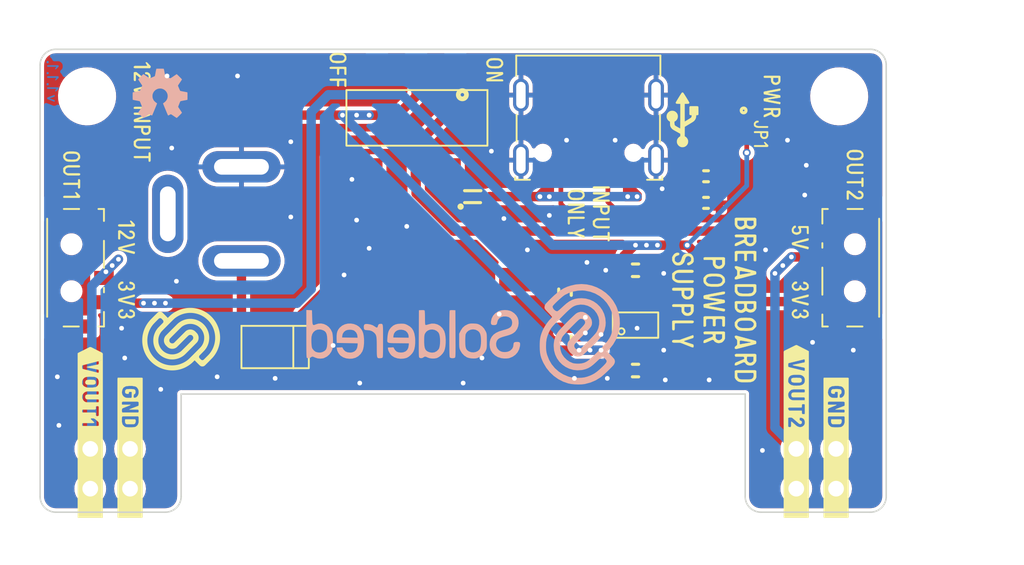
<source format=kicad_pcb>
(kicad_pcb (version 20210623) (generator pcbnew)
  (title_block (title "Breadboard power supply board") (date "2021-07-08") (rev "V1.1.1.") (company "SOLDERED") (comment 1 "333084"))
  (layers (0 "F.Cu" mixed) (31 "B.Cu" signal) (34 "B.Paste" user) (35 "F.Paste" user) (36 "B.SilkS" user "B.Silkscreen") (37 "F.SilkS" user "F.Silkscreen") (38 "B.Mask" user) (39 "F.Mask" user) (44 "Edge.Cuts" user))
  (net 0 "")
  (net 1 "5V")
  (net 2 "GND")
  (net 3 "12V")
  (net 4 "3V3")
  (net 5 "VIN")
  (net 6 "Net-(D1-Pad1)")
  (net 7 "Net-(D2-Pad1)")
  (net 8 "VUSB")
  (net 10 "Net-(K1-PadB5)")
  (net 12 "Net-(K1-PadA5)")
  (net 14 "Net-(K3-Pad2)")
  (net 15 "Net-(K4-Pad2)")
  (net 23 "Net-(JP1-Pad2)")
  (net 24 "Net-(D3-Pad1)")
  (footprint "e-radionica.com footprinti:0603C" (layer "F.Cu") (at 98.5 94.3 -90)
    (fp_text reference "C2")
    (fp_text value "1uF")
    (pad "1" smd rect locked (at -0.73 0 270) (size 0.66 1) (layers "F.Cu" "F.Paste" "F.Mask") (net 2 "GND"))
    (pad "2" smd rect locked (at 0.73 0 270) (size 0.66 1) (layers "F.Cu" "F.Paste" "F.Mask") (net 3 "12V"))
  )
  (footprint "e-radionica.com footprinti:FIDUCIAL_23" (layer "F.Cu") (at 100 78.3 -90)
    (fp_text reference "FD1")
    (fp_text value "FIDUCIAL")
    (fp_circle (center 0 0) (end 1 0) (layer "F.Cu") (width 0.2) (fill none))
    (pad "1" smd circle locked (at 0 0 270) (size 1 1) (layers "F.Cu" "F.Paste" "F.Mask") (clearance 1.1))
  )
  (footprint "e-radionica.com footprinti:HOLE_3.2mm" (layer "F.Cu") (at 116 78.8 -90)
    (fp_text reference "H1" hide)
    (fp_text value "HOLE_3.2mm" hide)
    (pad "" np_thru_hole circle locked (at 0 0 270) (size 3.2 3.2) (drill 3.2) (layers F&B.Cu *.Mask))
  )
  (footprint "buzzardLabel" (layer "F.Cu") (at 70.5 87.8 -90)
    (fp_text reference "" (at 0 0 90) (layer "F.SilkS") (effects (font (size 1.27 1.27))))
    (fp_text value "" (at 0 0 90) (layer "F.SilkS") (effects (font (size 1.27 1.27))))
  )
  (footprint "buzzardLabel" (layer "F.Cu") (at 113.5 91.8 -90)
    (fp_text reference "" (at 0 0 90) (layer "F.SilkS") (effects (font (size 1.27 1.27))))
    (fp_text value "" (at 0 0 90) (layer "F.SilkS") (effects (font (size 1.27 1.27))))
  )
  (footprint "buzzardLabel" (layer "F.Cu") (at 70.5 91.8 -90)
    (fp_text reference "" (at 0 0 90) (layer "F.SilkS") (effects (font (size 1.27 1.27))))
    (fp_text value "" (at 0 0 90) (layer "F.SilkS") (effects (font (size 1.27 1.27))))
  )
  (footprint "e-radionica.com footprinti:0603R" (layer "F.Cu") (at 107.5 85.6)
    (fp_text reference "R1")
    (fp_text value "5.1k")
    (pad "1" smd rect locked (at -0.775 0 90) (size 1 0.64) (layers "F.Cu" "F.Paste" "F.Mask") (net 10 "Net-(K1-PadB5)"))
    (pad "2" smd rect locked (at 0.775 0 90) (size 1 0.64) (layers "F.Cu" "F.Paste" "F.Mask") (net 2 "GND"))
  )
  (footprint "buzzardLabel" (layer "F.Cu") (at 99.2 86.3 -90)
    (fp_text reference "" (at 0 0 90) (layer "F.SilkS") (effects (font (size 1.27 1.27))))
    (fp_text value "" (at 0 0 90) (layer "F.SilkS") (effects (font (size 1.27 1.27))))
  )
  (footprint "e-radionica.com footprinti:0603C" (layer "F.Cu") (at 103 96.3 180)
    (fp_text reference "C1")
    (fp_text value "2.2uF")
    (pad "1" smd rect locked (at -0.73 0 180) (size 0.66 1) (layers "F.Cu" "F.Paste" "F.Mask") (net 2 "GND"))
    (pad "2" smd rect locked (at 0.73 0 180) (size 0.66 1) (layers "F.Cu" "F.Paste" "F.Mask") (net 1 "5V"))
  )
  (footprint "buzzardLabel" (layer "F.Cu") (at 113.5 87.8 -90)
    (fp_text reference "" (at 0 0 90) (layer "F.SilkS") (effects (font (size 1.27 1.27))))
    (fp_text value "" (at 0 0 90) (layer "F.SilkS") (effects (font (size 1.27 1.27))))
  )
  (footprint "buzzardLabel" (layer "F.Cu") (at 111 81.2 -90)
    (fp_text reference "" (at 0 0 90) (layer "F.SilkS") (effects (font (size 1.27 1.27))))
    (fp_text value "" (at 0 0 90) (layer "F.SilkS") (effects (font (size 1.27 1.27))))
  )
  (footprint "e-radionica.com footprinti:SS-3292S-L1" (layer "F.Cu") (at 67 89.74 -90)
    (fp_text reference "S2")
    (fp_text value "SS-3292S-L1")
    (pad "" np_thru_hole circle (at 1.5 0 270) (size 0.9 0.9) (drill 0.9) (layers F&B.Cu *.Mask))
    (pad "" np_thru_hole circle (at -1.5 0 270) (size 0.9 0.9) (drill 0.9) (layers F&B.Cu *.Mask))
    (pad "" smd rect (at -3.75 1.1 270) (size 0.9 0.9) (layers "F.Cu" "F.Paste" "F.Mask"))
    (pad "" smd rect (at 3.75 -1.1 270) (size 0.9 0.9) (layers "F.Cu" "F.Paste" "F.Mask"))
    (pad "" smd rect (at 3.75 1.1 270) (size 0.9 0.9) (layers "F.Cu" "F.Paste" "F.Mask"))
    (pad "" smd rect (at -3.75 -1.1 270) (size 0.9 0.9) (layers "F.Cu" "F.Paste" "F.Mask"))
    (pad "1" smd rect (at -2.35 -2.075 270) (size 0.9 1.25) (layers "F.Cu" "F.Paste" "F.Mask") (net 3 "12V"))
    (pad "2" smd rect (at 0.65 -2.075 270) (size 0.9 1.25) (layers "F.Cu" "F.Paste" "F.Mask") (net 14 "Net-(K3-Pad2)"))
    (pad "3" smd rect (at 2.2 -2.075 270) (size 0.9 1.25) (layers "F.Cu" "F.Paste" "F.Mask") (net 4 "3V3"))
  )
  (footprint "buzzardLabel" (layer "F.Cu") (at 84 77.1 -90)
    (fp_text reference "" (at 0 0 90) (layer "F.SilkS") (effects (font (size 1.27 1.27))))
    (fp_text value "" (at 0 0 90) (layer "F.SilkS") (effects (font (size 1.27 1.27))))
  )
  (footprint "e-radionica.com footprinti:SS-3292S-L1" (layer "F.Cu") (at 117 89.74 90)
    (fp_text reference "S3")
    (fp_text value "SS-3292S-L1")
    (pad "" smd rect (at -3.75 1.1 90) (size 0.9 0.9) (layers "F.Cu" "F.Paste" "F.Mask"))
    (pad "" smd rect (at 3.75 -1.1 90) (size 0.9 0.9) (layers "F.Cu" "F.Paste" "F.Mask"))
    (pad "" smd rect (at -3.75 -1.1 90) (size 0.9 0.9) (layers "F.Cu" "F.Paste" "F.Mask"))
    (pad "" smd rect (at 3.75 1.1 90) (size 0.9 0.9) (layers "F.Cu" "F.Paste" "F.Mask"))
    (pad "" np_thru_hole circle (at 1.5 0 90) (size 0.9 0.9) (drill 0.9) (layers F&B.Cu *.Mask))
    (pad "" np_thru_hole circle (at -1.5 0 90) (size 0.9 0.9) (drill 0.9) (layers F&B.Cu *.Mask))
    (pad "1" smd rect (at -2.35 -2.075 90) (size 0.9 1.25) (layers "F.Cu" "F.Paste" "F.Mask") (net 4 "3V3"))
    (pad "2" smd rect (at 0.65 -2.075 90) (size 0.9 1.25) (layers "F.Cu" "F.Paste" "F.Mask") (net 15 "Net-(K4-Pad2)"))
    (pad "3" smd rect (at 2.2 -2.075 90) (size 0.9 1.25) (layers "F.Cu" "F.Paste" "F.Mask") (net 1 "5V"))
  )
  (footprint "buzzardLabel" (layer "F.Cu") (at 71.5 79.8 -90)
    (fp_text reference "" (at 0 0 90) (layer "F.SilkS") (effects (font (size 1.27 1.27))))
    (fp_text value "" (at 0 0 90) (layer "F.SilkS") (effects (font (size 1.27 1.27))))
  )
  (footprint "buzzardLabel" (layer "F.Cu") (at 67 83.8 -90)
    (fp_text reference "" (at 0 0 90) (layer "F.SilkS") (effects (font (size 1.27 1.27))))
    (fp_text value "" (at 0 0 90) (layer "F.SilkS") (effects (font (size 1.27 1.27))))
  )
  (footprint "buzzardLabel" (layer "F.Cu") (at 106 91.8 -90)
    (fp_text reference "" (at 0 0 90) (layer "F.SilkS") (effects (font (size 1.27 1.27))))
    (fp_text value "" (at 0 0 90) (layer "F.SilkS") (effects (font (size 1.27 1.27))))
  )
  (footprint "buzzardLabel" (layer "F.Cu") (at 113.26 106.1 -90)
    (fp_text reference "" (at 0 0 90) (layer "F.SilkS") (effects (font (size 1.27 1.27))))
    (fp_text value "" (at 0 0 90) (layer "F.SilkS") (effects (font (size 1.27 1.27))))
  )
  (footprint "buzzardLabel" (layer "F.Cu") (at 110 91.8 -90)
    (fp_text reference "" (at 0 0 90) (layer "F.SilkS") (effects (font (size 1.27 1.27))))
    (fp_text value "" (at 0 0 90) (layer "F.SilkS") (effects (font (size 1.27 1.27))))
  )
  (footprint "e-radionica.com footprinti:AS7805ADTR" (layer "F.Cu") (at 88.7 92.8 90)
    (fp_text reference "U1")
    (fp_text value "7805")
    (pad "1" smd rect (at -2.3 6.85 90) (size 1.5 2.5) (layers "F.Cu" "F.Paste" "F.Mask") (net 3 "12V"))
    (pad "2" smd rect (at 2.3 6.85 90) (size 1.5 2.5) (layers "F.Cu" "F.Paste" "F.Mask") (net 1 "5V"))
    (pad "3" smd rect (at 0 0.15 90) (size 7 6.5) (layers "F.Cu" "F.Paste" "F.Mask") (net 2 "GND"))
  )
  (footprint "e-radionica.com footprinti:0603C" (layer "F.Cu") (at 98.5 91.3 90)
    (fp_text reference "C3")
    (fp_text value "0.1uF")
    (pad "1" smd rect locked (at -0.73 0 90) (size 0.66 1) (layers "F.Cu" "F.Paste" "F.Mask") (net 2 "GND"))
    (pad "2" smd rect locked (at 0.73 0 90) (size 0.66 1) (layers "F.Cu" "F.Paste" "F.Mask") (net 1 "5V"))
  )
  (footprint "e-radionica.com footprinti:0402R" (layer "F.Cu") (at 109 78.8 90)
    (fp_text reference "R3")
    (fp_text value "2k2")
    (pad "1" smd rect locked (at -0.5 0 180) (size 0.64 0.54) (layers "F.Cu" "F.Paste" "F.Mask") (net 23 "Net-(JP1-Pad2)"))
    (pad "2" smd rect locked (at 0.5 0 180) (size 0.64 0.54) (layers "F.Cu" "F.Paste" "F.Mask") (net 24 "Net-(D3-Pad1)"))
  )
  (footprint "buzzardLabel" (layer "F.Cu") (at 111.7 78.8 -90)
    (fp_text reference "" (at 0 0 90) (layer "F.SilkS") (effects (font (size 1.27 1.27))))
    (fp_text value "" (at 0 0 90) (layer "F.SilkS") (effects (font (size 1.27 1.27))))
  )
  (footprint "e-radionica.com footprinti:0603R" (layer "F.Cu") (at 107.5 83.9)
    (fp_text reference "R2")
    (fp_text value "5.1k")
    (pad "1" smd rect locked (at -0.775 0 90) (size 1 0.64) (layers "F.Cu" "F.Paste" "F.Mask") (net 12 "Net-(K1-PadA5)"))
    (pad "2" smd rect locked (at 0.775 0 90) (size 1 0.64) (layers "F.Cu" "F.Paste" "F.Mask") (net 2 "GND"))
  )
  (footprint "e-radionica.com footprinti:0603C" (layer "F.Cu") (at 103 89.9 180)
    (fp_text reference "C4")
    (fp_text value "2.2uF")
    (pad "1" smd rect locked (at -0.73 0 180) (size 0.66 1) (layers "F.Cu" "F.Paste" "F.Mask") (net 2 "GND"))
    (pad "2" smd rect locked (at 0.73 0 180) (size 0.66 1) (layers "F.Cu" "F.Paste" "F.Mask") (net 4 "3V3"))
  )
  (footprint "e-radionica.com footprinti:M4_DIODA" (layer "F.Cu") (at 80 94.8)
    (fp_text reference "D2")
    (fp_text value "M4_DIODA")
    (pad "1" smd rect (at -1.69 0) (size 1.27 1.47) (layers "F.Cu" "F.Paste" "F.Mask") (net 7 "Net-(D2-Pad1)"))
    (pad "2" smd rect (at 1.69 0) (size 1.27 1.47) (layers "F.Cu" "F.Paste" "F.Mask") (net 5 "VIN"))
  )
  (footprint "buzzardLabel" (layer "F.Cu") (at 115.8 106.1 -90)
    (fp_text reference "" (at 0 0 90) (layer "F.SilkS") (effects (font (size 1.27 1.27))))
    (fp_text value "" (at 0 0 90) (layer "F.SilkS") (effects (font (size 1.27 1.27))))
  )
  (footprint "buzzardLabel" (layer "F.Cu") (at 108 91.8 -90)
    (fp_text reference "" (at 0 0 90) (layer "F.SilkS") (effects (font (size 1.27 1.27))))
    (fp_text value "" (at 0 0 90) (layer "F.SilkS") (effects (font (size 1.27 1.27))))
  )
  (footprint "e-radionica.com footprinti:SK-3245S-L3-B" (layer "F.Cu") (at 89 80.1 -90)
    (fp_text reference "S1")
    (fp_text value "SK-3245S-L3-B")
    (pad "1" smd rect (at -3.25 -2.5 270) (size 1.2 0.7) (layers "F.Cu" "F.Paste" "F.Mask") (net 5 "VIN"))
    (pad "2" smd rect (at -3.25 0 270) (size 1.2 0.7) (layers "F.Cu" "F.Paste" "F.Mask") (net 3 "12V"))
    (pad "3" smd rect (at -3.25 2.5 270) (size 1.2 0.7) (layers "F.Cu" "F.Paste" "F.Mask"))
    (pad "4" smd rect (at 3.25 -2.5 270) (size 1.2 0.7) (layers "F.Cu" "F.Paste" "F.Mask") (net 8 "VUSB"))
    (pad "5" smd rect (at 3.25 0 270) (size 1.2 0.7) (layers "F.Cu" "F.Paste" "F.Mask") (net 1 "5V"))
    (pad "6" smd rect (at 3.25 2.5 270) (size 1.2 0.7) (layers "F.Cu" "F.Paste" "F.Mask"))
  )
  (footprint "e-radionica.com footprinti:SOD-323" (layer "F.Cu") (at 92.6 85.203198 180)
    (fp_text reference "D1")
    (fp_text value "BAT20J")
    (pad "1" smd rect locked (at -1.1 0 180) (size 0.8 0.5) (layers "F.Cu" "F.Paste" "F.Mask") (net 6 "Net-(D1-Pad1)"))
    (pad "2" smd rect locked (at 1.1 0 180) (size 0.8 0.5) (layers "F.Cu" "F.Paste" "F.Mask") (net 8 "VUSB"))
  )
  (footprint "buzzardLabel" (layer "F.Cu") (at 70.74 106.1 -90)
    (fp_text reference "" (at 0 0 90) (layer "F.SilkS") (effects (font (size 1.27 1.27))))
    (fp_text value "" (at 0 0 90) (layer "F.SilkS") (effects (font (size 1.27 1.27))))
  )
  (footprint "buzzardLabel" (layer "F.Cu") (at 68.2 106.1 -90)
    (fp_text reference "" (at 0 0 90) (layer "F.SilkS") (effects (font (size 1.27 1.27))))
    (fp_text value "" (at 0 0 90) (layer "F.SilkS") (effects (font (size 1.27 1.27))))
  )
  (footprint "e-radionica.com footprinti:HOLE_3.2mm" (layer "F.Cu") (at 68 78.8 -90)
    (fp_text reference "H2" hide)
    (fp_text value "HOLE_3.2mm" hide)
    (pad "" np_thru_hole circle locked (at 0 0 270) (size 3.2 3.2) (drill 3.2) (layers F&B.Cu *.Mask))
  )
  (footprint "e-radionica.com footprinti:SOT-23-5" (layer "F.Cu") (at 103 93.4 90)
    (fp_text reference "U2")
    (fp_text value "SE5218")
    (pad "1" smd rect (at -1.3 -0.95 90) (size 1.1 0.6) (layers "F.Cu" "F.Paste" "F.Mask") (net 1 "5V"))
    (pad "2" smd rect (at -1.3 0 90) (size 1.1 0.6) (layers "F.Cu" "F.Paste" "F.Mask") (net 2 "GND"))
    (pad "3" smd rect (at -1.3 0.95 90) (size 1.1 0.6) (layers "F.Cu" "F.Paste" "F.Mask") (net 1 "5V"))
    (pad "4" smd rect (at 1.3 0.95 90) (size 1.1 0.6) (layers "F.Cu" "F.Paste" "F.Mask"))
    (pad "5" smd rect (at 1.3 -0.95 90) (size 1.1 0.6) (layers "F.Cu" "F.Paste" "F.Mask") (net 4 "3V3"))
  )
  (footprint "Soldered Graphics:Symbol-Front-USB" (layer "F.Cu") (at 106 80.3)
    (fp_text reference "G***" hide)
    (fp_text value "LOGO" hide)
  )
  (footprint "e-radionica.com footprinti:0402LED" (layer "F.Cu") (at 110.5 78.8 -90)
    (fp_text reference "D3")
    (fp_text value "purple")
    (pad "1" smd rect locked (at -0.55 0) (size 0.75 0.45) (layers "F.Cu" "F.Paste" "F.Mask") (net 24 "Net-(D3-Pad1)"))
    (pad "2" smd rect locked (at 0.55 0) (size 0.75 0.45) (layers "F.Cu" "F.Paste" "F.Mask") (net 2 "GND"))
  )
  (footprint "Soldered Graphics:Logo-Back-SolderedFULL-20mm" (layer "F.Cu") (at 92 93.99)
    (fp_text reference "REF**" hide)
    (fp_text value "Logo-Front-SolderedFULL-20mm" hide)
  )
  (footprint "buzzardLabel" (layer "F.Cu") (at 94 77.1 -90)
    (fp_text reference "" (at 0 0 90) (layer "F.SilkS") (effects (font (size 1.27 1.27))))
    (fp_text value "" (at 0 0 90) (layer "F.SilkS") (effects (font (size 1.27 1.27))))
  )
  (footprint "Soldered Graphics:Logo-Back-OSH-3.5mm" (layer "F.Cu") (at 72.66 78.61)
    (fp_text reference "G***" hide)
    (fp_text value "LOGO" hide)
  )
  (footprint "e-radionica.com footprinti:DC_JACK" (layer "F.Cu") (at 75.5 86.3 90)
    (fp_text reference "K2")
    (fp_text value "DC_JACK")
    (pad "1" thru_hole oval (at -3 2.35 180) (size 5 2) (drill oval 3.5 1) (layers *.Cu *.Mask) (net 7 "Net-(D2-Pad1)"))
    (pad "2" thru_hole oval (at 3 2.35 180) (size 5 2) (drill oval 3.5 1) (layers *.Cu *.Mask) (net 2 "GND"))
    (pad "3" thru_hole oval (at 0 -2.35 90) (size 5 2) (drill oval 3.5 1) (layers *.Cu *.Mask))
  )
  (footprint "e-radionica.com footprinti:U262-161N-4BVC11" (layer "F.Cu") (at 100 81.2 180)
    (fp_text reference "K1")
    (fp_text value "U262-161N-4BVC11")
    (pad "" np_thru_hole circle locked (at 2.913 -1.2 180) (size 0.65 0.65) (drill 0.65) (layers F&B.Cu *.Mask))
    (pad "" np_thru_hole circle locked (at -2.862 -1.2 180) (size 0.65 0.65) (drill 0.65) (layers F&B.Cu *.Mask))
    (pad "A1" smd rect locked (at -3.337 -2.475 180) (size 0.3 1.15) (layers "F.Cu" "F.Paste" "F.Mask") (net 2 "GND"))
    (pad "A4" smd rect locked (at -2.537 -2.475 180) (size 0.3 1.15) (layers "F.Cu" "F.Paste" "F.Mask") (net 6 "Net-(D1-Pad1)"))
    (pad "A5" smd rect locked (at -1.237 -2.475 180) (size 0.3 1.15) (layers "F.Cu" "F.Paste" "F.Mask") (net 12 "Net-(K1-PadA5)"))
    (pad "A6" smd rect locked (at -0.237 -2.475 180) (size 0.3 1.15) (layers "F.Cu" "F.Paste" "F.Mask"))
    (pad "A7" smd rect locked (at 0.263 -2.475 180) (size 0.3 1.15) (layers "F.Cu" "F.Paste" "F.Mask"))
    (pad "A8" smd rect locked (at 1.263 -2.475 180) (size 0.3 1.15) (layers "F.Cu" "F.Paste" "F.Mask"))
    (pad "A9" smd rect locked (at 2.563 -2.475 180) (size 0.3 1.15) (layers "F.Cu" "F.Paste" "F.Mask") (net 6 "Net-(D1-Pad1)"))
    (pad "A12" smd rect locked (at 3.338 -2.475 180) (size 0.3 1.15) (layers "F.Cu" "F.Paste" "F.Mask") (net 2 "GND"))
    (pad "B1" smd rect locked (at 3.138 -2.475 180) (size 0.3 1.15) (layers "F.Cu" "F.Paste" "F.Mask") (net 2 "GND"))
    (pad "B4" smd rect locked (at 2.363 -2.475 180) (size 0.3 1.15) (layers "F.Cu" "F.Paste" "F.Mask") (net 6 "Net-(D1-Pad1)"))
    (pad "B5" smd rect locked (at 1.763 -2.475 180) (size 0.3 1.15) (layers "F.Cu" "F.Paste" "F.Mask") (net 10 "Net-(K1-PadB5)"))
    (pad "B6" smd rect locked (at 0.763 -2.475 180) (size 0.3 1.15) (layers "F.Cu" "F.Paste" "F.Mask"))
    (pad "B7" smd rect locked (at -0.737 -2.475 180) (size 0.3 1.15) (layers "F.Cu" "F.Paste" "F.Mask"))
    (pad "B8" smd rect locked (at -1.737 -2.475 180) (size 0.3 1.15) (layers "F.Cu" "F.Paste" "F.Mask"))
    (pad "B9" smd rect locked (at -2.337 -2.475 180) (size 0.3 1.15) (layers "F.Cu" "F.Paste" "F.Mask") (net 6 "Net-(D1-Pad1)"))
    (pad "B12" smd rect locked (at -3.112 -2.475 180) (size 0.3 1.15) (layers "F.Cu" "F.Paste" "F.Mask") (net 2 "GND"))
    (pad "SH" thru_hole oval locked (at 4.313 2.475 180) (size 1 2.1) (drill oval 0.6 1.7) (layers *.Cu *.Mask) (net 2 "GND"))
    (pad "SH" thru_hole oval locked (at -4.312 -1.675 180) (size 1 2.1) (drill oval 0.6 1.7) (layers *.Cu *.Mask) (net 2 "GND"))
    (pad "SH" thru_hole oval locked (at -4.312 2.475 180) (size 1 2.1) (drill oval 0.6 1.7) (layers *.Cu *.Mask) (net 2 "GND"))
    (pad "SH" thru_hole oval locked (at 4.313 -1.675 180) (size 1 2.1) (drill oval 0.6 1.7) (layers *.Cu *.Mask) (net 2 "GND"))
  )
  (footprint "buzzardLabel" (layer "F.Cu") (at 117 83.8 -90)
    (fp_text reference "" (at 0 0 90) (layer "F.SilkS") (effects (font (size 1.27 1.27))))
    (fp_text value "" (at 0 0 90) (layer "F.SilkS") (effects (font (size 1.27 1.27))))
  )
  (footprint "buzzardLabel" (layer "F.Cu") (at 100.8 86.3 -90)
    (fp_text reference "" (at 0 0 90) (layer "F.SilkS") (effects (font (size 1.27 1.27))))
    (fp_text value "" (at 0 0 90) (layer "F.SilkS") (effects (font (size 1.27 1.27))))
  )
  (footprint "e-radionica.com footprinti:SMD-JUMPER-CONNECTED_TRACE_SLODERMASK" (layer "F.Cu") (at 109.75 81.2 180)
    (fp_text reference "JP1")
    (fp_text value "SMD-JUMPER-CONNECTED_TRACE_SLODERMASK")
    (fp_poly (pts (xy 0.1 0.1) (xy -0.1 0.1) (xy -0.1 -0.1) (xy 0.1 -0.1)) (layer "F.Cu") (width 0.1) (fill solid))
    (pad "1" smd rect locked (at -0.35 0 180) (size 0.5 1) (layers "F.Cu" "F.Mask") (net 4 "3V3"))
    (pad "2" smd rect locked (at 0.35 0 180) (size 0.5 1) (layers "F.Cu" "F.Mask") (net 23 "Net-(JP1-Pad2)"))
  )
  (footprint "Soldered Graphics:Logo-Front-Soldered-5mm" (layer "F.Cu") (at 74 94.3 -90)
    (fp_text reference "G***" hide)
    (fp_text value "LOGO" hide)
  )
  (footprint "e-radionica.com footprinti:HEADER_MALE_2X1" (layer "B.Cu") (at 69.47 101.3 180)
    (fp_text reference "K3")
    (fp_text value "HEADER_MALE_2X1")
    (pad "1" thru_hole circle locked (at -1.27 0 180) (size 1.524 1.524) (drill 1) (layers *.Cu *.Mask) (net 2 "GND"))
    (pad "2" thru_hole circle locked (at 1.27 0 180) (size 1.524 1.524) (drill 1) (layers *.Cu *.Mask) (net 14 "Net-(K3-Pad2)"))
  )
  (footprint "e-radionica.com footprinti:HEADER_MALE_2X1" (layer "B.Cu") (at 114.53 101.3 180)
    (fp_text reference "K4")
    (fp_text value "HEADER_MALE_2X1")
    (pad "1" thru_hole circle locked (at -1.27 0 180) (size 1.524 1.524) (drill 1) (layers *.Cu *.Mask) (net 2 "GND"))
    (pad "2" thru_hole circle locked (at 1.27 0 180) (size 1.524 1.524) (drill 1) (layers *.Cu *.Mask) (net 15 "Net-(K4-Pad2)"))
  )
  (footprint "e-radionica.com footprinti:HEADER_MALE_2X1" (layer "B.Cu") (at 114.53 103.84 180)
    (fp_text reference "K6")
    (fp_text value "HEADER_MALE_2X1")
    (pad "1" thru_hole circle locked (at -1.27 0 180) (size 1.524 1.524) (drill 1) (layers *.Cu *.Mask) (net 2 "GND"))
    (pad "2" thru_hole circle locked (at 1.27 0 180) (size 1.524 1.524) (drill 1) (layers *.Cu *.Mask) (net 15 "Net-(K4-Pad2)"))
  )
  (footprint "e-radionica.com footprinti:HEADER_MALE_2X1" (layer "B.Cu") (at 69.47 103.84 180)
    (fp_text reference "K5")
    (fp_text value "HEADER_MALE_2X1")
    (pad "1" thru_hole circle locked (at -1.27 0 180) (size 1.524 1.524) (drill 1) (layers *.Cu *.Mask) (net 2 "GND"))
    (pad "2" thru_hole circle locked (at 1.27 0 180) (size 1.524 1.524) (drill 1) (layers *.Cu *.Mask) (net 14 "Net-(K3-Pad2)"))
  )
  (footprint "Soldered Graphics:Version1.1.1." (layer "B.Cu") (at 65.8 77.8 90)
    (fp_text reference "REF**" hide)
    (fp_text value "Version1.1.1." hide)
    (fp_poly (pts (xy -0.27 -0.38) (xy -0.22 -0.38) (xy -0.17 -0.37) (xy -0.16 -0.33) (xy -0.16 -0.27) (xy -0.21 -0.26) (xy -0.26 -0.26) (xy -0.29 -0.29) (xy -0.29 -0.34) (xy -0.27 -0.38)) (layer "B.Cu") (width 0.01) (fill solid))
    (fp_poly (pts (xy 0.21 -0.35) (xy 0.26 -0.35) (xy 0.28 -0.31) (xy 0.28 0.35) (xy 0.24 0.38) (xy 0.19 0.38) (xy 0.15 0.34) (xy 0.04 0.22) (xy 0.02 0.17) (xy 0.05 0.16) (xy 0.14 0.22) (xy 0.18 0.23) (xy 0.18 -0.31) (xy 0.21 -0.35)) (layer "B.Cu") (width 0.01) (fill solid))
    (fp_poly (pts (xy 0.43 -0.38) (xy 0.48 -0.38) (xy 0.54 -0.37) (xy 0.54 -0.33) (xy 0.54 -0.27) (xy 0.5 -0.26) (xy 0.45 -0.26) (xy 0.42 -0.29) (xy 0.42 -0.34) (xy 0.43 -0.38)) (layer "B.Cu") (width 0.01) (fill solid))
    (fp_poly (pts (xy -0.5 -0.35) (xy -0.44 -0.35) (xy -0.43 -0.31) (xy -0.43 0.35) (xy -0.46 0.38) (xy -0.52 0.38) (xy -0.55 0.34) (xy -0.67 0.22) (xy -0.68 0.17) (xy -0.65 0.16) (xy -0.56 0.22) (xy -0.52 0.23) (xy -0.52 -0.31) (xy -0.5 -0.35)) (layer "B.Cu") (width 0.01) (fill solid))
    (fp_poly (pts (xy 1.14 -0.38) (xy 1.19 -0.38) (xy 1.24 -0.37) (xy 1.25 -0.33) (xy 1.25 -0.27) (xy 1.2 -0.26) (xy 1.15 -0.26) (xy 1.12 -0.29) (xy 1.12 -0.34) (xy 1.14 -0.38)) (layer "B.Cu") (width 0.01) (fill solid))
    (fp_poly (pts (xy -1.15 -0.35) (xy -1.1 -0.35) (xy -1.07 -0.31) (xy -0.92 0.1) (xy -0.94 0.13) (xy -0.99 0.13) (xy -1.02 0.1) (xy -1.11 -0.16) (xy -1.13 -0.21) (xy -1.15 -0.17) (xy -1.24 0.09) (xy -1.26 0.13) (xy -1.32 0.13) (xy -1.34 0.1) (xy -1.18 -0.31) (xy -1.15 -0.35)) (layer "B.Cu") (width 0.01) (fill solid))
    (fp_poly (pts (xy 0.91 -0.35) (xy 0.96 -0.35) (xy 0.98 -0.31) (xy 0.98 0.35) (xy 0.95 0.38) (xy 0.89 0.38) (xy 0.86 0.34) (xy 0.74 0.22) (xy 0.73 0.17) (xy 0.76 0.16) (xy 0.85 0.22) (xy 0.89 0.23) (xy 0.89 -0.31) (xy 0.91 -0.35)) (layer "B.Cu") (width 0.01) (fill solid))
  )
  (gr_arc (start 66 104.340003) (end 66 105.34) (angle 90) (layer "Edge.Cuts") (width 0.1))
  (gr_line (start 73 105.34) (end 66 105.34) (layer "Edge.Cuts") (width 0.1))
  (gr_line (start 66 75.8) (end 118 75.8) (layer "Edge.Cuts") (width 0.1))
  (gr_arc (start 118.000003 104.34) (end 119 104.34) (angle 90) (layer "Edge.Cuts") (width 0.1))
  (gr_line (start 110 97.8) (end 74 97.8) (layer "Edge.Cuts") (width 0.1))
  (gr_line (start 119 76.8) (end 119 104.34) (layer "Edge.Cuts") (width 0.1))
  (gr_line (start 74 97.8) (end 74 104.34) (layer "Edge.Cuts") (width 0.1))
  (gr_arc (start 118 76.8) (end 118 75.8) (angle 90) (layer "Edge.Cuts") (width 0.1))
  (gr_line (start 65 104.34) (end 65 76.8) (layer "Edge.Cuts") (width 0.1))
  (gr_arc (start 111 104.340003) (end 111 105.34) (angle 90) (layer "Edge.Cuts") (width 0.1))
  (gr_arc (start 73.000003 104.34) (end 74 104.34) (angle 90) (layer "Edge.Cuts") (width 0.1))
  (gr_line (start 118 105.34) (end 111 105.34) (layer "Edge.Cuts") (width 0.1))
  (gr_arc (start 66 76.8) (end 65 76.8) (angle 90) (layer "Edge.Cuts") (width 0.1))
  (gr_line (start 110 104.34) (end 110 97.8) (layer "Edge.Cuts") (width 0.1))
  (segment (start 93.3 87.6) (end 94.2 88.5) (width 0.6) (layer "F.Cu") (net 1))
  (segment (start 99.77 90.57) (end 100.3 91.1) (width 0.6) (layer "F.Cu") (net 1))
  (segment (start 102.05 93.55) (end 102.05 94.05) (width 0.25) (layer "F.Cu") (net 1))
  (segment (start 100.3 91.1) (end 100.3 92.3) (width 0.6) (layer "F.Cu") (net 1))
  (segment (start 89 83.35) (end 89 85) (width 0.6) (layer "F.Cu") (net 1))
  (segment (start 103.95 93.45) (end 103.3 92.8) (width 0.25) (layer "F.Cu") (net 1))
  (segment (start 91.4 87.4) (end 93.1 87.4) (width 0.6) (layer "F.Cu") (net 1))
  (segment (start 102.05 94.6) (end 102.05 96.08) (width 0.6) (layer "F.Cu") (net 1))
  (segment (start 89 85) (end 91.4 87.4) (width 0.6) (layer "F.Cu") (net 1))
  (segment (start 114.905 87.545) (end 114.905 87.505) (width 0.6) (layer "F.Cu") (net 1))
  (segment (start 103.95 94.6) (end 103.95 93.45) (width 0.25) (layer "F.Cu") (net 1))
  (segment (start 102.05 94.05) (end 102.05 94.6) (width 0.6) (layer "F.Cu") (net 1))
  (segment (start 114.9 87.55) (end 114.905 87.545) (width 0.6) (layer "F.Cu") (net 1))
  (segment (start 98.5 90.57) (end 95.62 90.57) (width 0.6) (layer "F.Cu") (net 1))
  (segment (start 93.1 87.4) (end 93.3 87.6) (width 0.6) (layer "F.Cu") (net 1))
  (segment (start 95.55 90.5) (end 95.55 89.85) (width 0.6) (layer "F.Cu") (net 1))
  (segment (start 102.05 96.08) (end 102.27 96.3) (width 0.6) (layer "F.Cu") (net 1))
  (segment (start 94.2 88.5) (end 94.4 88.7) (width 0.6) (layer "F.Cu") (net 1))
  (segment (start 114.905 87.505) (end 114.8 87.4) (width 0.6) (layer "F.Cu") (net 1))
  (segment (start 100.3 92.3) (end 102.05 94.05) (width 0.6) (layer "F.Cu") (net 1))
  (segment (start 98.5 90.57) (end 99.77 90.57) (width 0.6) (layer "F.Cu") (net 1))
  (segment (start 95.55 89.85) (end 94.2 88.5) (width 0.6) (layer "F.Cu") (net 1))
  (segment (start 102.8 92.8) (end 102.05 93.55) (width 0.25) (layer "F.Cu") (net 1))
  (segment (start 103.3 92.8) (end 102.8 92.8) (width 0.25) (layer "F.Cu") (net 1))
  (segment (start 98.5 90.57) (end 98.67 90.57) (width 0.6) (layer "F.Cu") (net 1))
  (segment (start 114.8 87.4) (end 93.1 87.4) (width 0.6) (layer "F.Cu") (net 1))
  (segment (start 96.662 84.238) (end 96.4 84.5) (width 0.25) (layer "F.Cu") (net 2))
  (segment (start 96.662 83.675) (end 96.662 84.238) (width 0.25) (layer "F.Cu") (net 2))
  (segment (start 96.4 84.5) (end 95.6 84.5) (width 0.25) (layer "F.Cu") (net 2))
  (segment (start 103.337 83.675) (end 103.337 84.337) (width 0.25) (layer "F.Cu") (net 2))
  (segment (start 103.7 84.7) (end 104.7 84.7) (width 0.25) (layer "F.Cu") (net 2))
  (segment (start 103.337 84.337) (end 103.7 84.7) (width 0.25) (layer "F.Cu") (net 2))
  (via (at 66.1 96.7) (size 0.5) (drill 0.3) (layers "F.Cu" "B.Cu") (net 2))
  (via (at 111.3 88.6) (size 0.5) (drill 0.3) (layers "F.Cu" "B.Cu") (net 2))
  (via (at 104.9 96.9) (size 0.5) (drill 0.3) (layers "F.Cu" "B.Cu") (net 2))
  (via (at 76.3 96.7) (size 0.5) (drill 0.3) (layers "F.Cu" "B.Cu") (net 2))
  (via (at 96.1 88.6) (size 0.5) (drill 0.3) (layers "F.Cu" "B.Cu") (net 2))
  (via (at 94.3 92.7) (size 0.5) (drill 0.3) (layers "F.Cu" "B.Cu") (net 2))
  (via (at 97.5 86.4) (size 0.5) (drill 0.3) (layers "F.Cu" "B.Cu") (net 2))
  (via (at 99.8 92.9) (size 0.5) (drill 0.3) (layers "F.Cu" "B.Cu") (net 2))
  (via (at 111.1 101.4) (size 0.5) (drill 0.3) (layers "F.Cu" "B.Cu") (net 2))
  (via (at 93.8 82.3) (size 0.5) (drill 0.3) (layers "F.Cu" "B.Cu") (net 2))
  (via (at 113.9 83.2) (size 0.5) (drill 0.3) (layers "F.Cu" "B.Cu") (net 2))
  (via (at 92 97.1) (size 0.5) (drill 0.3) (layers "F.Cu" "B.Cu") (net 2))
  (via (at 81 86.5) (size 0.5) (drill 0.3) (layers "F.Cu" "B.Cu") (net 2))
  (via (at 104.7 84.7) (size 0.5) (drill 0.3) (layers "F.Cu" "B.Cu") (net 2))
  (via (at 85.2 86.7) (size 0.5) (drill 0.3) (layers "F.Cu" "B.Cu") (net 2))
  (via (at 114.3 94.5) (size 0.5) (drill 0.3) (layers "F.Cu" "B.Cu") (net 2))
  (via (at 99.8 93.9) (size 0.5) (drill 0.3) (layers "F.Cu" "B.Cu") (net 2))
  (via (at 98.6 81.6) (size 0.5) (drill 0.3) (layers "F.Cu" "B.Cu") (net 2))
  (via (at 80 96.8) (size 0.5) (drill 0.3) (layers "F.Cu" "B.Cu") (net 2))
  (via (at 103.1 93.6) (size 0.5) (drill 0.3) (layers "F.Cu" "B.Cu") (net 2))
  (via (at 70.4 95.5) (size 0.5) (drill 0.3) (layers "F.Cu" "B.Cu") (net 2))
  (via (at 81 81.7) (size 0.5) (drill 0.3) (layers "F.Cu" "B.Cu") (net 2))
  (via (at 84.4 90.2) (size 0.5) (drill 0.3) (layers "F.Cu" "B.Cu") (net 2))
  (via (at 101.1 89.9) (size 0.5) (drill 0.3) (layers "F.Cu" "B.Cu") (net 2))
  (via (at 66.2 99.8) (size 0.5) (drill 0.3) (layers "F.Cu" "B.Cu") (net 2))
  (via (at 101.7 81.6) (size 0.5) (drill 0.3) (layers "F.Cu" "B.Cu") (net 2))
  (via (at 73.4 82.1) (size 0.5) (drill 0.3) (layers "F.Cu" "B.Cu") (net 2))
  (via (at 86 88.5) (size 0.5) (drill 0.3) (layers "F.Cu" "B.Cu") (net 2))
  (via (at 70.2 93.6) (size 0.5) (drill 0.3) (layers "F.Cu" "B.Cu") (net 2))
  (via (at 101.2 96.8) (size 0.5) (drill 0.3) (layers "F.Cu" "B.Cu") (net 2))
  (via (at 88.4 87.1) (size 0.5) (drill 0.3) (layers "F.Cu" "B.Cu") (net 2))
  (via (at 85.4 97.1) (size 0.5) (drill 0.3) (layers "F.Cu" "B.Cu") (net 2))
  (via (at 84.9 84.1) (size 0.5) (drill 0.3) (layers "F.Cu" "B.Cu") (net 2))
  (via (at 72.7 97.5) (size 0.5) (drill 0.3) (layers "F.Cu" "B.Cu") (net 2))
  (via (at 116.9 95) (size 0.5) (drill 0.3) (layers "F.Cu" "B.Cu") (net 2))
  (via (at 112.7 81.6) (size 0.5) (drill 0.3) (layers "F.Cu" "B.Cu") (net 2))
  (via (at 73.1 77.5) (size 0.5) (drill 0.3) (layers "F.Cu" "B.Cu") (net 2))
  (via (at 77.6 77.5) (size 0.5) (drill 0.3) (layers "F.Cu" "B.Cu") (net 2))
  (via (at 113.8 85.1) (size 0.5) (drill 0.3) (layers "F.Cu" "B.Cu") (net 2))
  (via (at 99.1 96.8) (size 0.5) (drill 0.3) (layers "F.Cu" "B.Cu") (net 2))
  (via (at 83.7 94.7) (size 0.5) (drill 0.3) (layers "F.Cu" "B.Cu") (net 2))
  (via (at 104.8 90.1) (size 0.5) (drill 0.3) (layers "F.Cu" "B.Cu") (net 2))
  (via (at 93.2 95.5) (size 0.5) (drill 0.3) (layers "F.Cu" "B.Cu") (net 2))
  (via (at 73.7 90.6) (size 0.5) (drill 0.3) (layers "F.Cu" "B.Cu") (net 2))
  (via (at 99.9 89.4) (size 0.5) (drill 0.3) (layers "F.Cu" "B.Cu") (net 2))
  (via (at 100.8 94) (size 0.5) (drill 0.3) (layers "F.Cu" "B.Cu") (net 2))
  (via (at 107.7 96.9) (size 0.5) (drill 0.3) (layers "F.Cu" "B.Cu") (net 2))
  (via (at 94.6 86.6) (size 0.5) (drill 0.3) (layers "F.Cu" "B.Cu") (net 2))
  (via (at 104.8 95) (size 0.5) (drill 0.3) (layers "F.Cu" "B.Cu") (net 2))
  (segment (start 72.6 80) (end 70.5 82.1) (width 0.6) (layer "F.Cu") (net 3))
  (segment (start 98.53 95) (end 98.5 95.03) (width 0.6) (layer "F.Cu") (net 3))
  (segment (start 70.5 82.1) (end 70.5 86.07) (width 0.6) (layer "F.Cu") (net 3))
  (segment (start 98.5 95.03) (end 95.62 95.03) (width 0.6) (layer "F.Cu") (net 3))
  (segment (start 87.8 80) (end 72.6 80) (width 0.6) (layer "F.Cu") (net 3))
  (segment (start 87.8 80) (end 89 78.8) (width 0.6) (layer "F.Cu") (net 3))
  (segment (start 70.5 86.07) (end 69.125 87.445) (width 0.6) (layer "F.Cu") (net 3))
  (segment (start 100.8 95) (end 98.53 95) (width 0.6) (layer "F.Cu") (net 3))
  (segment (start 89 78.8) (end 89 76.85) (width 0.6) (layer "F.Cu") (net 3))
  (segment (start 87.8 80) (end 86 80) (width 0.6) (layer "F.Cu") (net 3))
  (via (at 100.1 95) (size 0.5) (drill 0.3) (layers "F.Cu" "B.Cu") (net 3))
  (via (at 84.3 80) (size 0.5) (drill 0.3) (layers "F.Cu" "B.Cu") (net 3))
  (via (at 85.2 80) (size 0.5) (drill 0.3) (layers "F.Cu" "B.Cu") (net 3))
  (via (at 100.8 95) (size 0.5) (drill 0.3) (layers "F.Cu" "B.Cu") (net 3))
  (via (at 86 80) (size 0.5) (drill 0.3) (layers "F.Cu" "B.Cu") (net 3))
  (via (at 99.4 95) (size 0.5) (drill 0.3) (layers "F.Cu" "B.Cu") (net 3))
  (segment (start 86 80) (end 84.3 80) (width 0.6) (layer "B.Cu") (net 3))
  (segment (start 84.3 80) (end 99.3 95) (width 0.6) (layer "B.Cu") (net 3))
  (segment (start 99.3 95) (end 100.8 95) (width 0.6) (layer "B.Cu") (net 3))
  (segment (start 69.15 92) (end 69.1 92.05) (width 0.6) (layer "F.Cu") (net 4))
  (segment (start 106.3 88.3) (end 109.9 91.9) (width 0.6) (layer "F.Cu") (net 4))
  (segment (start 102.05 90.72) (end 102.27 90.5) (width 0.6) (layer "F.Cu") (net 4))
  (segment (start 102.05 92) (end 102.05 90.72) (width 0.6) (layer "F.Cu") (net 4))
  (segment (start 104.4 88.3) (end 106.3 88.3) (width 0.6) (layer "F.Cu") (net 4))
  (segment (start 109.9 91.9) (end 114.72 91.9) (width 0.6) (layer "F.Cu") (net 4))
  (segment (start 110.1 81.2) (end 110.1 82.4) (width 0.3) (layer "F.Cu") (net 4))
  (segment (start 71.6 92) (end 73 92) (width 0.6) (layer "F.Cu") (net 4))
  (segment (start 102.27 90.5) (end 102.27 88.97) (width 0.6) (layer "F.Cu") (net 4))
  (segment (start 114.875 92.055) (end 114.905 92.055) (width 0.6) (layer "F.Cu") (net 4))
  (segment (start 73 92) (end 69.15 92) (width 0.6) (layer "F.Cu") (net 4))
  (segment (start 114.72 91.9) (end 114.875 92.055) (width 0.6) (layer "F.Cu") (net 4))
  (segment (start 102.27 88.97) (end 102.94 88.3) (width 0.6) (layer "F.Cu") (net 4))
  (segment (start 102.94 88.3) (end 104.4 88.3) (width 0.6) (layer "F.Cu") (net 4))
  (via (at 103 88.3) (size 0.5) (drill 0.3) (layers "F.Cu" "B.Cu") (net 4))
  (via (at 73 92) (size 0.5) (drill 0.3) (layers "F.Cu" "B.Cu") (net 4))
  (via (at 103.7 88.3) (size 0.5) (drill 0.3) (layers "F.Cu" "B.Cu") (net 4))
  (via (at 110.1 82.4) (size 0.5) (drill 0.3) (layers "F.Cu" "B.Cu") (net 4))
  (via (at 72.3 92) (size 0.5) (drill 0.3) (layers "F.Cu" "B.Cu") (net 4))
  (via (at 71.6 92) (size 0.5) (drill 0.3) (layers "F.Cu" "B.Cu") (net 4))
  (via (at 106.3 88.3) (size 0.5) (drill 0.3) (layers "F.Cu" "B.Cu") (net 4))
  (via (at 104.4 88.3) (size 0.5) (drill 0.3) (layers "F.Cu" "B.Cu") (net 4))
  (segment (start 83.4 78.7) (end 88.1 78.7) (width 0.6) (layer "B.Cu") (net 4))
  (segment (start 82.3 79.8) (end 83.4 78.7) (width 0.6) (layer "B.Cu") (net 4))
  (segment (start 88.1 78.7) (end 97.7 88.3) (width 0.6) (layer "B.Cu") (net 4))
  (segment (start 82.3 91.101977) (end 82.3 79.8) (width 0.6) (layer "B.Cu") (net 4))
  (segment (start 110.1 82.4) (end 110.1 84.5) (width 0.3) (layer "B.Cu") (net 4))
  (segment (start 81.401977 92) (end 82.3 91.101977) (width 0.6) (layer "B.Cu") (net 4))
  (segment (start 101.87 88.3) (end 104.4 88.3) (width 0.6) (layer "B.Cu") (net 4))
  (segment (start 71.6 92) (end 73 92) (width 0.6) (layer "B.Cu") (net 4))
  (segment (start 73 92) (end 81.401977 92) (width 0.6) (layer "B.Cu") (net 4))
  (segment (start 97.7 88.3) (end 104.4 88.3) (width 0.6) (layer "B.Cu") (net 4))
  (segment (start 110.1 84.5) (end 106.3 88.3) (width 0.3) (layer "B.Cu") (net 4))
  (segment (start 91.5 79.4) (end 91.5 76.85) (width 0.6) (layer "F.Cu") (net 5))
  (segment (start 84.5 81.6) (end 89.3 81.6) (width 0.6) (layer "F.Cu") (net 5))
  (segment (start 83.4 91) (end 83.4 82.7) (width 0.6) (layer "F.Cu") (net 5))
  (segment (start 81.69 94.8) (end 81.69 92.71) (width 0.6) (layer "F.Cu") (net 5))
  (segment (start 83.4 82.7) (end 84.5 81.6) (width 0.6) (layer "F.Cu") (net 5))
  (segment (start 81.69 92.71) (end 83.4 91) (width 0.6) (layer "F.Cu") (net 5))
  (segment (start 89.3 81.6) (end 91.5 79.4) (width 0.6) (layer "F.Cu") (net 5))
  (segment (start 96.9 85.2) (end 93.703198 85.2) (width 0.6) (layer "F.Cu") (net 6))
  (segment (start 93.703198 85.2) (end 93.7 85.203198) (width 0.6) (layer "F.Cu") (net 6))
  (via (at 103.1 85.2) (size 0.5) (drill 0.3) (layers "F.Cu" "B.Cu") (net 6))
  (via (at 97.5 85.2) (size 0.5) (drill 0.3) (layers "F.Cu" "B.Cu") (net 6))
  (via (at 96.9 85.2) (size 0.5) (drill 0.3) (layers "F.Cu" "B.Cu") (net 6))
  (via (at 102.5 85.2) (size 0.5) (drill 0.3) (layers "F.Cu" "B.Cu") (net 6))
  (segment (start 103.1 85.2) (end 96.9 85.2) (width 0.6) (layer "B.Cu") (net 6))
  (segment (start 77.85 89.3) (end 77.85 94.34) (width 0.6) (layer "F.Cu") (net 7))
  (segment (start 77.85 94.34) (end 78.31 94.8) (width 0.6) (layer "F.Cu") (net 7))
  (segment (start 91.55 83.35) (end 91.5 83.35) (width 0.6) (layer "F.Cu") (net 8))
  (segment (start 91.5 83.35) (end 91.5 85.203198) (width 0.6) (layer "F.Cu") (net 8))
  (segment (start 98.237 85.663) (end 99.074 86.5) (width 0.3) (layer "F.Cu") (net 10))
  (segment (start 99.074 86.5) (end 105.825 86.5) (width 0.3) (layer "F.Cu") (net 10))
  (segment (start 105.825 86.5) (end 106.725 85.6) (width 0.3) (layer "F.Cu") (net 10))
  (segment (start 98.237 83.275) (end 98.237 85.663) (width 0.3) (layer "F.Cu") (net 10))
  (segment (start 101.237 83.275) (end 101.237 85.537) (width 0.3) (layer "F.Cu") (net 12))
  (segment (start 106.6 83.9) (end 106.725 83.9) (width 0.3) (layer "F.Cu") (net 12))
  (segment (start 101.7 86) (end 104.5 86) (width 0.3) (layer "F.Cu") (net 12))
  (segment (start 104.5 86) (end 106.6 83.9) (width 0.3) (layer "F.Cu") (net 12))
  (segment (start 101.237 85.537) (end 101.7 86) (width 0.3) (layer "F.Cu") (net 12))
  (segment (start 70 89.2) (end 69.125 90.075) (width 0.6) (layer "F.Cu") (net 14))
  (segment (start 69.125 90.075) (end 69.125 90.445) (width 0.6) (layer "F.Cu") (net 14))
  (segment (start 69.125 90.445) (end 69.095 90.445) (width 0.6) (layer "F.Cu") (net 14))
  (via (at 69.6 89.6) (size 0.5) (drill 0.3) (layers "F.Cu" "B.Cu") (net 14))
  (via (at 69.2 90) (size 0.5) (drill 0.3) (layers "F.Cu" "B.Cu") (net 14))
  (via (at 70 89.2) (size 0.5) (drill 0.3) (layers "F.Cu" "B.Cu") (net 14))
  (segment (start 70 89.2) (end 68.3 90.9) (width 0.6) (layer "B.Cu") (net 14))
  (segment (start 68.3 90.9) (end 68.3 101.2) (width 0.6) (layer "B.Cu") (net 14))
  (segment (start 68.3 101.2) (end 68.2 101.3) (width 0.6) (layer "B.Cu") (net 14))
  (segment (start 68.2 101.3) (end 68.2 103.84) (width 0.6) (layer "B.Cu") (net 14))
  (segment (start 114.9 89.05) (end 112.95 89.05) (width 0.6) (layer "F.Cu") (net 15))
  (segment (start 112.95 89.05) (end 111.9 90.1) (width 0.6) (layer "F.Cu") (net 15))
  (segment (start 114.905 89.055) (end 114.9 89.05) (width 0.6) (layer "F.Cu") (net 15))
  (via (at 112.95 89.05) (size 0.5) (drill 0.3) (layers "F.Cu" "B.Cu") (net 15))
  (via (at 111.9 90.1) (size 0.5) (drill 0.3) (layers "F.Cu" "B.Cu") (net 15))
  (via (at 112.4 89.6) (size 0.5) (drill 0.3) (layers "F.Cu" "B.Cu") (net 15))
  (segment (start 113.26 101.3) (end 113.26 103.84) (width 0.6) (layer "B.Cu") (net 15))
  (segment (start 111.9 90.1) (end 111.9 99.94) (width 0.6) (layer "B.Cu") (net 15))
  (segment (start 111.9 90.1) (end 112.95 89.05) (width 0.6) (layer "B.Cu") (net 15))
  (segment (start 111.9 99.94) (end 113.26 101.3) (width 0.6) (layer "B.Cu") (net 15))
  (segment (start 109 79.3) (end 109 80.8) (width 0.3) (layer "F.Cu") (net 23))
  (segment (start 109 80.8) (end 109.4 81.2) (width 0.3) (layer "F.Cu") (net 23))
  (segment (start 110.5 78.25) (end 109.05 78.25) (width 0.3) (layer "F.Cu") (net 24))
  (segment (start 109.05 78.25) (end 109 78.3) (width 0.3) (layer "F.Cu") (net 24))
  (zone (net 6) (net_name "Net-(D1-Pad1)") (layer "F.Cu") (priority 3) (connect_pads yes (clearance 0.254)) (min_thickness 0.254) (fill yes (thermal_gap 0.254) (thermal_bridge_width 0.254))
    (polygon (pts (xy 103.4 85) (xy 103.4 85.4) (xy 103.3 85.5) (xy 102.3 85.5) (xy 102.2 85.4) (xy 102.2 83.1) (xy 102.7 83.1) (xy 102.7 84.3)))
  )
  (zone (net 6) (net_name "Net-(D1-Pad1)") (layer "F.Cu") (priority 3) (connect_pads yes (clearance 0.254)) (min_thickness 0.254) (fill yes (thermal_gap 0.254) (thermal_bridge_width 0.254))
    (polygon (pts (xy 97.7 85.5) (xy 96.7 85.5) (xy 96.6 85.4) (xy 96.6 85) (xy 97.3 84.3) (xy 97.3 83.1) (xy 97.8 83.1) (xy 97.8 85.4)))
  )
  (zone (net 2) (net_name "GND") (layers F&B.Cu) (connect_pads (clearance 0.254)) (min_thickness 0.254) (fill yes (thermal_gap 0.254) (thermal_bridge_width 0.3))
    (polygon (pts (xy 110 105.34) (xy 110 97.8) (xy 74 97.8) (xy 74 105.34) (xy 65 105.34) (xy 65 75.8) (xy 119 75.8) (xy 119 105.34)))
  )
)
</source>
